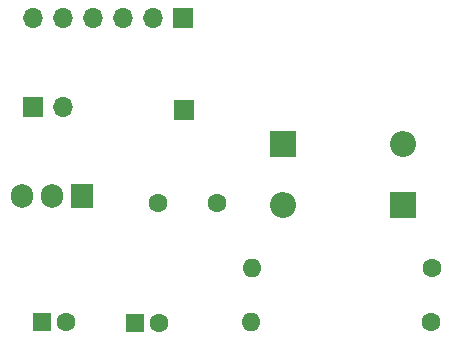
<source format=gbr>
%TF.GenerationSoftware,KiCad,Pcbnew,8.0.3*%
%TF.CreationDate,2024-06-12T06:35:03+01:00*%
%TF.ProjectId,power_sources,706f7765-725f-4736-9f75-726365732e6b,rev?*%
%TF.SameCoordinates,Original*%
%TF.FileFunction,Copper,L3,Inr*%
%TF.FilePolarity,Positive*%
%FSLAX46Y46*%
G04 Gerber Fmt 4.6, Leading zero omitted, Abs format (unit mm)*
G04 Created by KiCad (PCBNEW 8.0.3) date 2024-06-12 06:35:03*
%MOMM*%
%LPD*%
G01*
G04 APERTURE LIST*
%TA.AperFunction,ComponentPad*%
%ADD10R,1.700000X1.700000*%
%TD*%
%TA.AperFunction,ComponentPad*%
%ADD11O,1.700000X1.700000*%
%TD*%
%TA.AperFunction,ComponentPad*%
%ADD12R,2.200000X2.200000*%
%TD*%
%TA.AperFunction,ComponentPad*%
%ADD13O,2.200000X2.200000*%
%TD*%
%TA.AperFunction,ComponentPad*%
%ADD14C,1.600000*%
%TD*%
%TA.AperFunction,ComponentPad*%
%ADD15O,1.600000X1.600000*%
%TD*%
%TA.AperFunction,ComponentPad*%
%ADD16R,1.905000X2.000000*%
%TD*%
%TA.AperFunction,ComponentPad*%
%ADD17O,1.905000X2.000000*%
%TD*%
%TA.AperFunction,ComponentPad*%
%ADD18R,1.600000X1.600000*%
%TD*%
G04 APERTURE END LIST*
D10*
%TO.N,/transf-*%
%TO.C,J2*%
X112000000Y-55345000D03*
D11*
%TO.N,/transf+*%
X114540000Y-55345000D03*
%TD*%
D12*
%TO.N,/5V*%
%TO.C,D2*%
X143350000Y-63660000D03*
D13*
%TO.N,Net-(D2-A)*%
X133190000Y-63660000D03*
%TD*%
D10*
%TO.N,/12V*%
%TO.C,J3*%
X124710000Y-47860000D03*
D11*
%TO.N,/5V*%
X122170000Y-47860000D03*
%TO.N,/5V_{VB}*%
X119630000Y-47860000D03*
%TO.N,GND*%
X117090000Y-47860000D03*
%TO.N,/transf+*%
X114550000Y-47860000D03*
%TO.N,/transf-*%
X112010000Y-47860000D03*
%TD*%
D14*
%TO.N,/5V*%
%TO.C,R2*%
X145730000Y-69000000D03*
D15*
%TO.N,Net-(D2-A)*%
X130490000Y-69000000D03*
%TD*%
D16*
%TO.N,Net-(D2-A)*%
%TO.C,U1*%
X116140000Y-62910000D03*
D17*
%TO.N,/5V*%
X113600000Y-62910000D03*
%TO.N,/12V*%
X111060000Y-62910000D03*
%TD*%
D12*
%TO.N,/12V*%
%TO.C,D1*%
X133130000Y-58540000D03*
D13*
%TO.N,/5V*%
X143290000Y-58540000D03*
%TD*%
D14*
%TO.N,/12V*%
%TO.C,C_{i}1*%
X127610000Y-63470000D03*
%TO.N,GND*%
X122610000Y-63470000D03*
%TD*%
%TO.N,Net-(D2-A)*%
%TO.C,R1*%
X145720000Y-73610000D03*
D15*
%TO.N,GND*%
X130480000Y-73610000D03*
%TD*%
D18*
%TO.N,Net-(D2-A)*%
%TO.C,C_{adj}1*%
X120650000Y-73690000D03*
D14*
%TO.N,GND*%
X122650000Y-73690000D03*
%TD*%
D10*
%TO.N,/12V*%
%TO.C,J1*%
X124750000Y-55610000D03*
%TD*%
D18*
%TO.N,/5V*%
%TO.C,C_{Out}1*%
X112774900Y-73580000D03*
D14*
%TO.N,GND*%
X114774900Y-73580000D03*
%TD*%
M02*

</source>
